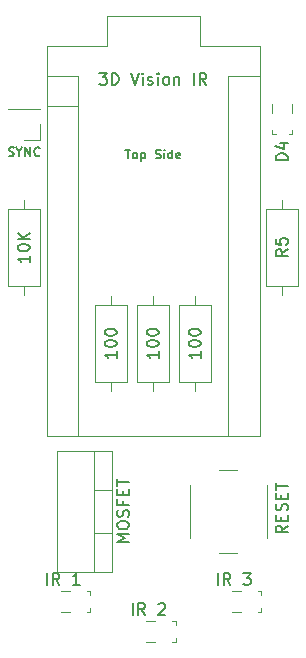
<source format=gbr>
G04 #@! TF.GenerationSoftware,KiCad,Pcbnew,(6.0.2)*
G04 #@! TF.CreationDate,2022-03-19T10:13:49-07:00*
G04 #@! TF.ProjectId,ir-emit-v1,69722d65-6d69-4742-9d76-312e6b696361,rev?*
G04 #@! TF.SameCoordinates,Original*
G04 #@! TF.FileFunction,Legend,Top*
G04 #@! TF.FilePolarity,Positive*
%FSLAX46Y46*%
G04 Gerber Fmt 4.6, Leading zero omitted, Abs format (unit mm)*
G04 Created by KiCad (PCBNEW (6.0.2)) date 2022-03-19 10:13:49*
%MOMM*%
%LPD*%
G01*
G04 APERTURE LIST*
%ADD10C,0.187500*%
%ADD11C,0.150000*%
%ADD12C,0.120000*%
G04 APERTURE END LIST*
D10*
X111925000Y-43023285D02*
X112353571Y-43023285D01*
X112139285Y-43773285D02*
X112139285Y-43023285D01*
X112710714Y-43773285D02*
X112639285Y-43737571D01*
X112603571Y-43701857D01*
X112567857Y-43630428D01*
X112567857Y-43416142D01*
X112603571Y-43344714D01*
X112639285Y-43309000D01*
X112710714Y-43273285D01*
X112817857Y-43273285D01*
X112889285Y-43309000D01*
X112925000Y-43344714D01*
X112960714Y-43416142D01*
X112960714Y-43630428D01*
X112925000Y-43701857D01*
X112889285Y-43737571D01*
X112817857Y-43773285D01*
X112710714Y-43773285D01*
X113282142Y-43273285D02*
X113282142Y-44023285D01*
X113282142Y-43309000D02*
X113353571Y-43273285D01*
X113496428Y-43273285D01*
X113567857Y-43309000D01*
X113603571Y-43344714D01*
X113639285Y-43416142D01*
X113639285Y-43630428D01*
X113603571Y-43701857D01*
X113567857Y-43737571D01*
X113496428Y-43773285D01*
X113353571Y-43773285D01*
X113282142Y-43737571D01*
X114496428Y-43737571D02*
X114603571Y-43773285D01*
X114782142Y-43773285D01*
X114853571Y-43737571D01*
X114889285Y-43701857D01*
X114925000Y-43630428D01*
X114925000Y-43559000D01*
X114889285Y-43487571D01*
X114853571Y-43451857D01*
X114782142Y-43416142D01*
X114639285Y-43380428D01*
X114567857Y-43344714D01*
X114532142Y-43309000D01*
X114496428Y-43237571D01*
X114496428Y-43166142D01*
X114532142Y-43094714D01*
X114567857Y-43059000D01*
X114639285Y-43023285D01*
X114817857Y-43023285D01*
X114925000Y-43059000D01*
X115246428Y-43773285D02*
X115246428Y-43273285D01*
X115246428Y-43023285D02*
X115210714Y-43059000D01*
X115246428Y-43094714D01*
X115282142Y-43059000D01*
X115246428Y-43023285D01*
X115246428Y-43094714D01*
X115925000Y-43773285D02*
X115925000Y-43023285D01*
X115925000Y-43737571D02*
X115853571Y-43773285D01*
X115710714Y-43773285D01*
X115639285Y-43737571D01*
X115603571Y-43701857D01*
X115567857Y-43630428D01*
X115567857Y-43416142D01*
X115603571Y-43344714D01*
X115639285Y-43309000D01*
X115710714Y-43273285D01*
X115853571Y-43273285D01*
X115925000Y-43309000D01*
X116567857Y-43737571D02*
X116496428Y-43773285D01*
X116353571Y-43773285D01*
X116282142Y-43737571D01*
X116246428Y-43666142D01*
X116246428Y-43380428D01*
X116282142Y-43309000D01*
X116353571Y-43273285D01*
X116496428Y-43273285D01*
X116567857Y-43309000D01*
X116603571Y-43380428D01*
X116603571Y-43451857D01*
X116246428Y-43523285D01*
D11*
X102074428Y-43527571D02*
X102181571Y-43563285D01*
X102360142Y-43563285D01*
X102431571Y-43527571D01*
X102467285Y-43491857D01*
X102503000Y-43420428D01*
X102503000Y-43349000D01*
X102467285Y-43277571D01*
X102431571Y-43241857D01*
X102360142Y-43206142D01*
X102217285Y-43170428D01*
X102145857Y-43134714D01*
X102110142Y-43099000D01*
X102074428Y-43027571D01*
X102074428Y-42956142D01*
X102110142Y-42884714D01*
X102145857Y-42849000D01*
X102217285Y-42813285D01*
X102395857Y-42813285D01*
X102503000Y-42849000D01*
X102967285Y-43206142D02*
X102967285Y-43563285D01*
X102717285Y-42813285D02*
X102967285Y-43206142D01*
X103217285Y-42813285D01*
X103467285Y-43563285D02*
X103467285Y-42813285D01*
X103895857Y-43563285D01*
X103895857Y-42813285D01*
X104681571Y-43491857D02*
X104645857Y-43527571D01*
X104538714Y-43563285D01*
X104467285Y-43563285D01*
X104360142Y-43527571D01*
X104288714Y-43456142D01*
X104253000Y-43384714D01*
X104217285Y-43241857D01*
X104217285Y-43134714D01*
X104253000Y-42991857D01*
X104288714Y-42920428D01*
X104360142Y-42849000D01*
X104467285Y-42813285D01*
X104538714Y-42813285D01*
X104645857Y-42849000D01*
X104681571Y-42884714D01*
X109752380Y-36536380D02*
X110371428Y-36536380D01*
X110038095Y-36917333D01*
X110180952Y-36917333D01*
X110276190Y-36964952D01*
X110323809Y-37012571D01*
X110371428Y-37107809D01*
X110371428Y-37345904D01*
X110323809Y-37441142D01*
X110276190Y-37488761D01*
X110180952Y-37536380D01*
X109895238Y-37536380D01*
X109800000Y-37488761D01*
X109752380Y-37441142D01*
X110800000Y-37536380D02*
X110800000Y-36536380D01*
X111038095Y-36536380D01*
X111180952Y-36584000D01*
X111276190Y-36679238D01*
X111323809Y-36774476D01*
X111371428Y-36964952D01*
X111371428Y-37107809D01*
X111323809Y-37298285D01*
X111276190Y-37393523D01*
X111180952Y-37488761D01*
X111038095Y-37536380D01*
X110800000Y-37536380D01*
X112419047Y-36536380D02*
X112752380Y-37536380D01*
X113085714Y-36536380D01*
X113419047Y-37536380D02*
X113419047Y-36869714D01*
X113419047Y-36536380D02*
X113371428Y-36584000D01*
X113419047Y-36631619D01*
X113466666Y-36584000D01*
X113419047Y-36536380D01*
X113419047Y-36631619D01*
X113847619Y-37488761D02*
X113942857Y-37536380D01*
X114133333Y-37536380D01*
X114228571Y-37488761D01*
X114276190Y-37393523D01*
X114276190Y-37345904D01*
X114228571Y-37250666D01*
X114133333Y-37203047D01*
X113990476Y-37203047D01*
X113895238Y-37155428D01*
X113847619Y-37060190D01*
X113847619Y-37012571D01*
X113895238Y-36917333D01*
X113990476Y-36869714D01*
X114133333Y-36869714D01*
X114228571Y-36917333D01*
X114704761Y-37536380D02*
X114704761Y-36869714D01*
X114704761Y-36536380D02*
X114657142Y-36584000D01*
X114704761Y-36631619D01*
X114752380Y-36584000D01*
X114704761Y-36536380D01*
X114704761Y-36631619D01*
X115323809Y-37536380D02*
X115228571Y-37488761D01*
X115180952Y-37441142D01*
X115133333Y-37345904D01*
X115133333Y-37060190D01*
X115180952Y-36964952D01*
X115228571Y-36917333D01*
X115323809Y-36869714D01*
X115466666Y-36869714D01*
X115561904Y-36917333D01*
X115609523Y-36964952D01*
X115657142Y-37060190D01*
X115657142Y-37345904D01*
X115609523Y-37441142D01*
X115561904Y-37488761D01*
X115466666Y-37536380D01*
X115323809Y-37536380D01*
X116085714Y-36869714D02*
X116085714Y-37536380D01*
X116085714Y-36964952D02*
X116133333Y-36917333D01*
X116228571Y-36869714D01*
X116371428Y-36869714D01*
X116466666Y-36917333D01*
X116514285Y-37012571D01*
X116514285Y-37536380D01*
X117752380Y-37536380D02*
X117752380Y-36536380D01*
X118800000Y-37536380D02*
X118466666Y-37060190D01*
X118228571Y-37536380D02*
X118228571Y-36536380D01*
X118609523Y-36536380D01*
X118704761Y-36584000D01*
X118752380Y-36631619D01*
X118800000Y-36726857D01*
X118800000Y-36869714D01*
X118752380Y-36964952D01*
X118704761Y-37012571D01*
X118609523Y-37060190D01*
X118228571Y-37060190D01*
X125674380Y-74858380D02*
X125198190Y-75191714D01*
X125674380Y-75429809D02*
X124674380Y-75429809D01*
X124674380Y-75048857D01*
X124722000Y-74953619D01*
X124769619Y-74906000D01*
X124864857Y-74858380D01*
X125007714Y-74858380D01*
X125102952Y-74906000D01*
X125150571Y-74953619D01*
X125198190Y-75048857D01*
X125198190Y-75429809D01*
X125150571Y-74429809D02*
X125150571Y-74096476D01*
X125674380Y-73953619D02*
X125674380Y-74429809D01*
X124674380Y-74429809D01*
X124674380Y-73953619D01*
X125626761Y-73572666D02*
X125674380Y-73429809D01*
X125674380Y-73191714D01*
X125626761Y-73096476D01*
X125579142Y-73048857D01*
X125483904Y-73001238D01*
X125388666Y-73001238D01*
X125293428Y-73048857D01*
X125245809Y-73096476D01*
X125198190Y-73191714D01*
X125150571Y-73382190D01*
X125102952Y-73477428D01*
X125055333Y-73525047D01*
X124960095Y-73572666D01*
X124864857Y-73572666D01*
X124769619Y-73525047D01*
X124722000Y-73477428D01*
X124674380Y-73382190D01*
X124674380Y-73144095D01*
X124722000Y-73001238D01*
X125150571Y-72572666D02*
X125150571Y-72239333D01*
X125674380Y-72096476D02*
X125674380Y-72572666D01*
X124674380Y-72572666D01*
X124674380Y-72096476D01*
X124674380Y-71810761D02*
X124674380Y-71239333D01*
X125674380Y-71525047D02*
X124674380Y-71525047D01*
X125674380Y-51474666D02*
X125198190Y-51808000D01*
X125674380Y-52046095D02*
X124674380Y-52046095D01*
X124674380Y-51665142D01*
X124722000Y-51569904D01*
X124769619Y-51522285D01*
X124864857Y-51474666D01*
X125007714Y-51474666D01*
X125102952Y-51522285D01*
X125150571Y-51569904D01*
X125198190Y-51665142D01*
X125198190Y-52046095D01*
X124674380Y-50569904D02*
X124674380Y-51046095D01*
X125150571Y-51093714D01*
X125102952Y-51046095D01*
X125055333Y-50950857D01*
X125055333Y-50712761D01*
X125102952Y-50617523D01*
X125150571Y-50569904D01*
X125245809Y-50522285D01*
X125483904Y-50522285D01*
X125579142Y-50569904D01*
X125626761Y-50617523D01*
X125674380Y-50712761D01*
X125674380Y-50950857D01*
X125626761Y-51046095D01*
X125579142Y-51093714D01*
X118308380Y-60102666D02*
X118308380Y-60674095D01*
X118308380Y-60388380D02*
X117308380Y-60388380D01*
X117451238Y-60483619D01*
X117546476Y-60578857D01*
X117594095Y-60674095D01*
X117308380Y-59483619D02*
X117308380Y-59388380D01*
X117356000Y-59293142D01*
X117403619Y-59245523D01*
X117498857Y-59197904D01*
X117689333Y-59150285D01*
X117927428Y-59150285D01*
X118117904Y-59197904D01*
X118213142Y-59245523D01*
X118260761Y-59293142D01*
X118308380Y-59388380D01*
X118308380Y-59483619D01*
X118260761Y-59578857D01*
X118213142Y-59626476D01*
X118117904Y-59674095D01*
X117927428Y-59721714D01*
X117689333Y-59721714D01*
X117498857Y-59674095D01*
X117403619Y-59626476D01*
X117356000Y-59578857D01*
X117308380Y-59483619D01*
X117308380Y-58531238D02*
X117308380Y-58436000D01*
X117356000Y-58340761D01*
X117403619Y-58293142D01*
X117498857Y-58245523D01*
X117689333Y-58197904D01*
X117927428Y-58197904D01*
X118117904Y-58245523D01*
X118213142Y-58293142D01*
X118260761Y-58340761D01*
X118308380Y-58436000D01*
X118308380Y-58531238D01*
X118260761Y-58626476D01*
X118213142Y-58674095D01*
X118117904Y-58721714D01*
X117927428Y-58769333D01*
X117689333Y-58769333D01*
X117498857Y-58721714D01*
X117403619Y-58674095D01*
X117356000Y-58626476D01*
X117308380Y-58531238D01*
X114752380Y-60102666D02*
X114752380Y-60674095D01*
X114752380Y-60388380D02*
X113752380Y-60388380D01*
X113895238Y-60483619D01*
X113990476Y-60578857D01*
X114038095Y-60674095D01*
X113752380Y-59483619D02*
X113752380Y-59388380D01*
X113800000Y-59293142D01*
X113847619Y-59245523D01*
X113942857Y-59197904D01*
X114133333Y-59150285D01*
X114371428Y-59150285D01*
X114561904Y-59197904D01*
X114657142Y-59245523D01*
X114704761Y-59293142D01*
X114752380Y-59388380D01*
X114752380Y-59483619D01*
X114704761Y-59578857D01*
X114657142Y-59626476D01*
X114561904Y-59674095D01*
X114371428Y-59721714D01*
X114133333Y-59721714D01*
X113942857Y-59674095D01*
X113847619Y-59626476D01*
X113800000Y-59578857D01*
X113752380Y-59483619D01*
X113752380Y-58531238D02*
X113752380Y-58436000D01*
X113800000Y-58340761D01*
X113847619Y-58293142D01*
X113942857Y-58245523D01*
X114133333Y-58197904D01*
X114371428Y-58197904D01*
X114561904Y-58245523D01*
X114657142Y-58293142D01*
X114704761Y-58340761D01*
X114752380Y-58436000D01*
X114752380Y-58531238D01*
X114704761Y-58626476D01*
X114657142Y-58674095D01*
X114561904Y-58721714D01*
X114371428Y-58769333D01*
X114133333Y-58769333D01*
X113942857Y-58721714D01*
X113847619Y-58674095D01*
X113800000Y-58626476D01*
X113752380Y-58531238D01*
X111196380Y-60102666D02*
X111196380Y-60674095D01*
X111196380Y-60388380D02*
X110196380Y-60388380D01*
X110339238Y-60483619D01*
X110434476Y-60578857D01*
X110482095Y-60674095D01*
X110196380Y-59483619D02*
X110196380Y-59388380D01*
X110244000Y-59293142D01*
X110291619Y-59245523D01*
X110386857Y-59197904D01*
X110577333Y-59150285D01*
X110815428Y-59150285D01*
X111005904Y-59197904D01*
X111101142Y-59245523D01*
X111148761Y-59293142D01*
X111196380Y-59388380D01*
X111196380Y-59483619D01*
X111148761Y-59578857D01*
X111101142Y-59626476D01*
X111005904Y-59674095D01*
X110815428Y-59721714D01*
X110577333Y-59721714D01*
X110386857Y-59674095D01*
X110291619Y-59626476D01*
X110244000Y-59578857D01*
X110196380Y-59483619D01*
X110196380Y-58531238D02*
X110196380Y-58436000D01*
X110244000Y-58340761D01*
X110291619Y-58293142D01*
X110386857Y-58245523D01*
X110577333Y-58197904D01*
X110815428Y-58197904D01*
X111005904Y-58245523D01*
X111101142Y-58293142D01*
X111148761Y-58340761D01*
X111196380Y-58436000D01*
X111196380Y-58531238D01*
X111148761Y-58626476D01*
X111101142Y-58674095D01*
X111005904Y-58721714D01*
X110815428Y-58769333D01*
X110577333Y-58769333D01*
X110386857Y-58721714D01*
X110291619Y-58674095D01*
X110244000Y-58626476D01*
X110196380Y-58531238D01*
X103830380Y-51998476D02*
X103830380Y-52569904D01*
X103830380Y-52284190D02*
X102830380Y-52284190D01*
X102973238Y-52379428D01*
X103068476Y-52474666D01*
X103116095Y-52569904D01*
X102830380Y-51379428D02*
X102830380Y-51284190D01*
X102878000Y-51188952D01*
X102925619Y-51141333D01*
X103020857Y-51093714D01*
X103211333Y-51046095D01*
X103449428Y-51046095D01*
X103639904Y-51093714D01*
X103735142Y-51141333D01*
X103782761Y-51188952D01*
X103830380Y-51284190D01*
X103830380Y-51379428D01*
X103782761Y-51474666D01*
X103735142Y-51522285D01*
X103639904Y-51569904D01*
X103449428Y-51617523D01*
X103211333Y-51617523D01*
X103020857Y-51569904D01*
X102925619Y-51522285D01*
X102878000Y-51474666D01*
X102830380Y-51379428D01*
X103830380Y-50617523D02*
X102830380Y-50617523D01*
X103830380Y-50046095D02*
X103258952Y-50474666D01*
X102830380Y-50046095D02*
X103401809Y-50617523D01*
X112235380Y-76255238D02*
X111235380Y-76255238D01*
X111949666Y-75921904D01*
X111235380Y-75588571D01*
X112235380Y-75588571D01*
X111235380Y-74921904D02*
X111235380Y-74731428D01*
X111283000Y-74636190D01*
X111378238Y-74540952D01*
X111568714Y-74493333D01*
X111902047Y-74493333D01*
X112092523Y-74540952D01*
X112187761Y-74636190D01*
X112235380Y-74731428D01*
X112235380Y-74921904D01*
X112187761Y-75017142D01*
X112092523Y-75112380D01*
X111902047Y-75160000D01*
X111568714Y-75160000D01*
X111378238Y-75112380D01*
X111283000Y-75017142D01*
X111235380Y-74921904D01*
X112187761Y-74112380D02*
X112235380Y-73969523D01*
X112235380Y-73731428D01*
X112187761Y-73636190D01*
X112140142Y-73588571D01*
X112044904Y-73540952D01*
X111949666Y-73540952D01*
X111854428Y-73588571D01*
X111806809Y-73636190D01*
X111759190Y-73731428D01*
X111711571Y-73921904D01*
X111663952Y-74017142D01*
X111616333Y-74064761D01*
X111521095Y-74112380D01*
X111425857Y-74112380D01*
X111330619Y-74064761D01*
X111283000Y-74017142D01*
X111235380Y-73921904D01*
X111235380Y-73683809D01*
X111283000Y-73540952D01*
X111711571Y-72779047D02*
X111711571Y-73112380D01*
X112235380Y-73112380D02*
X111235380Y-73112380D01*
X111235380Y-72636190D01*
X111711571Y-72255238D02*
X111711571Y-71921904D01*
X112235380Y-71779047D02*
X112235380Y-72255238D01*
X111235380Y-72255238D01*
X111235380Y-71779047D01*
X111235380Y-71493333D02*
X111235380Y-70921904D01*
X112235380Y-71207619D02*
X111235380Y-71207619D01*
X125674380Y-43918095D02*
X124674380Y-43918095D01*
X124674380Y-43680000D01*
X124722000Y-43537142D01*
X124817238Y-43441904D01*
X124912476Y-43394285D01*
X125102952Y-43346666D01*
X125245809Y-43346666D01*
X125436285Y-43394285D01*
X125531523Y-43441904D01*
X125626761Y-43537142D01*
X125674380Y-43680000D01*
X125674380Y-43918095D01*
X125007714Y-42489523D02*
X125674380Y-42489523D01*
X124626761Y-42727619D02*
X125341047Y-42965714D01*
X125341047Y-42346666D01*
X119795857Y-79872380D02*
X119795857Y-78872380D01*
X120843476Y-79872380D02*
X120510142Y-79396190D01*
X120272047Y-79872380D02*
X120272047Y-78872380D01*
X120653000Y-78872380D01*
X120748238Y-78920000D01*
X120795857Y-78967619D01*
X120843476Y-79062857D01*
X120843476Y-79205714D01*
X120795857Y-79300952D01*
X120748238Y-79348571D01*
X120653000Y-79396190D01*
X120272047Y-79396190D01*
X121938714Y-78872380D02*
X122557761Y-78872380D01*
X122224428Y-79253333D01*
X122367285Y-79253333D01*
X122462523Y-79300952D01*
X122510142Y-79348571D01*
X122557761Y-79443809D01*
X122557761Y-79681904D01*
X122510142Y-79777142D01*
X122462523Y-79824761D01*
X122367285Y-79872380D01*
X122081571Y-79872380D01*
X121986333Y-79824761D01*
X121938714Y-79777142D01*
X112556857Y-82412380D02*
X112556857Y-81412380D01*
X113604476Y-82412380D02*
X113271142Y-81936190D01*
X113033047Y-82412380D02*
X113033047Y-81412380D01*
X113414000Y-81412380D01*
X113509238Y-81460000D01*
X113556857Y-81507619D01*
X113604476Y-81602857D01*
X113604476Y-81745714D01*
X113556857Y-81840952D01*
X113509238Y-81888571D01*
X113414000Y-81936190D01*
X113033047Y-81936190D01*
X114747333Y-81507619D02*
X114794952Y-81460000D01*
X114890190Y-81412380D01*
X115128285Y-81412380D01*
X115223523Y-81460000D01*
X115271142Y-81507619D01*
X115318761Y-81602857D01*
X115318761Y-81698095D01*
X115271142Y-81840952D01*
X114699714Y-82412380D01*
X115318761Y-82412380D01*
X105317857Y-79872380D02*
X105317857Y-78872380D01*
X106365476Y-79872380D02*
X106032142Y-79396190D01*
X105794047Y-79872380D02*
X105794047Y-78872380D01*
X106175000Y-78872380D01*
X106270238Y-78920000D01*
X106317857Y-78967619D01*
X106365476Y-79062857D01*
X106365476Y-79205714D01*
X106317857Y-79300952D01*
X106270238Y-79348571D01*
X106175000Y-79396190D01*
X105794047Y-79396190D01*
X108079761Y-79872380D02*
X107508333Y-79872380D01*
X107794047Y-79872380D02*
X107794047Y-78872380D01*
X107698809Y-79015238D01*
X107603571Y-79110476D01*
X107508333Y-79158095D01*
D12*
X104708000Y-42224000D02*
X103378000Y-42224000D01*
X104708000Y-39624000D02*
X102048000Y-39624000D01*
X104708000Y-39564000D02*
X102048000Y-39564000D01*
X102048000Y-39624000D02*
X102048000Y-39564000D01*
X104708000Y-39624000D02*
X104708000Y-39564000D01*
X104708000Y-40894000D02*
X104708000Y-42224000D01*
X120650000Y-64770000D02*
X120650000Y-67310000D01*
X120650000Y-67310000D02*
X123317000Y-67310000D01*
X123317000Y-67310000D02*
X123317000Y-34290000D01*
X107950000Y-67310000D02*
X105280000Y-67310000D01*
X107950000Y-67310000D02*
X107950000Y-36830000D01*
X107950000Y-39370000D02*
X105280000Y-39370000D01*
X107950000Y-36830000D02*
X105280000Y-36830000D01*
X120650000Y-64770000D02*
X120650000Y-36830000D01*
X120650000Y-36830000D02*
X123320000Y-36830000D01*
X123317000Y-34290000D02*
X118237000Y-34290000D01*
X105283000Y-34290000D02*
X105280000Y-67310000D01*
X105283000Y-67310000D02*
X120650000Y-67310000D01*
X118237000Y-31750000D02*
X118237000Y-34290000D01*
X110363000Y-34290000D02*
X105283000Y-34290000D01*
X110363000Y-31750000D02*
X110363000Y-34290000D01*
X118237000Y-31750000D02*
X110363000Y-31750000D01*
X121400000Y-70160000D02*
X119900000Y-70160000D01*
X117400000Y-71410000D02*
X117400000Y-75910000D01*
X119900000Y-77160000D02*
X121400000Y-77160000D01*
X123900000Y-75910000D02*
X123900000Y-71410000D01*
X125222000Y-47268000D02*
X125222000Y-48038000D01*
X125222000Y-55348000D02*
X125222000Y-54578000D01*
X123852000Y-54578000D02*
X126592000Y-54578000D01*
X126592000Y-48038000D02*
X123852000Y-48038000D01*
X126592000Y-54578000D02*
X126592000Y-48038000D01*
X123852000Y-48038000D02*
X123852000Y-54578000D01*
X116486000Y-56166000D02*
X116486000Y-62706000D01*
X119226000Y-62706000D02*
X119226000Y-56166000D01*
X119226000Y-56166000D02*
X116486000Y-56166000D01*
X116486000Y-62706000D02*
X119226000Y-62706000D01*
X117856000Y-63476000D02*
X117856000Y-62706000D01*
X117856000Y-55396000D02*
X117856000Y-56166000D01*
X114300000Y-55396000D02*
X114300000Y-56166000D01*
X114300000Y-63476000D02*
X114300000Y-62706000D01*
X112930000Y-62706000D02*
X115670000Y-62706000D01*
X115670000Y-56166000D02*
X112930000Y-56166000D01*
X115670000Y-62706000D02*
X115670000Y-56166000D01*
X112930000Y-56166000D02*
X112930000Y-62706000D01*
X109374000Y-56166000D02*
X109374000Y-62706000D01*
X112114000Y-62706000D02*
X112114000Y-56166000D01*
X112114000Y-56166000D02*
X109374000Y-56166000D01*
X109374000Y-62706000D02*
X112114000Y-62706000D01*
X110744000Y-63476000D02*
X110744000Y-62706000D01*
X110744000Y-55396000D02*
X110744000Y-56166000D01*
X103378000Y-47268000D02*
X103378000Y-48038000D01*
X103378000Y-55348000D02*
X103378000Y-54578000D01*
X102008000Y-54578000D02*
X104748000Y-54578000D01*
X104748000Y-48038000D02*
X102008000Y-48038000D01*
X104748000Y-54578000D02*
X104748000Y-48038000D01*
X102008000Y-48038000D02*
X102008000Y-54578000D01*
X110783000Y-68540000D02*
X110783000Y-78780000D01*
X110783000Y-71810000D02*
X109273000Y-71810000D01*
X110783000Y-75511000D02*
X109273000Y-75511000D01*
X110783000Y-68540000D02*
X106142000Y-68540000D01*
X106142000Y-68540000D02*
X106142000Y-78780000D01*
X110783000Y-78780000D02*
X106142000Y-78780000D01*
X109273000Y-68540000D02*
X109273000Y-78780000D01*
X126083000Y-39180000D02*
X126083000Y-39911000D01*
X124361000Y-39180000D02*
X124361000Y-39911000D01*
X126083000Y-41680000D02*
X125777000Y-41680000D01*
X124361000Y-41370000D02*
X124361000Y-41680000D01*
X124667000Y-41680000D02*
X124361000Y-41680000D01*
X126083000Y-41370000D02*
X126083000Y-41680000D01*
X120963000Y-80419000D02*
X121694000Y-80419000D01*
X120963000Y-82141000D02*
X121694000Y-82141000D01*
X123463000Y-80419000D02*
X123463000Y-80725000D01*
X123153000Y-82141000D02*
X123463000Y-82141000D01*
X123463000Y-81835000D02*
X123463000Y-82141000D01*
X123153000Y-80419000D02*
X123463000Y-80419000D01*
X113724000Y-82959000D02*
X114455000Y-82959000D01*
X113724000Y-84681000D02*
X114455000Y-84681000D01*
X116224000Y-82959000D02*
X116224000Y-83265000D01*
X115914000Y-84681000D02*
X116224000Y-84681000D01*
X116224000Y-84375000D02*
X116224000Y-84681000D01*
X115914000Y-82959000D02*
X116224000Y-82959000D01*
X106485000Y-80419000D02*
X107216000Y-80419000D01*
X106485000Y-82141000D02*
X107216000Y-82141000D01*
X108985000Y-80419000D02*
X108985000Y-80725000D01*
X108675000Y-82141000D02*
X108985000Y-82141000D01*
X108985000Y-81835000D02*
X108985000Y-82141000D01*
X108675000Y-80419000D02*
X108985000Y-80419000D01*
M02*

</source>
